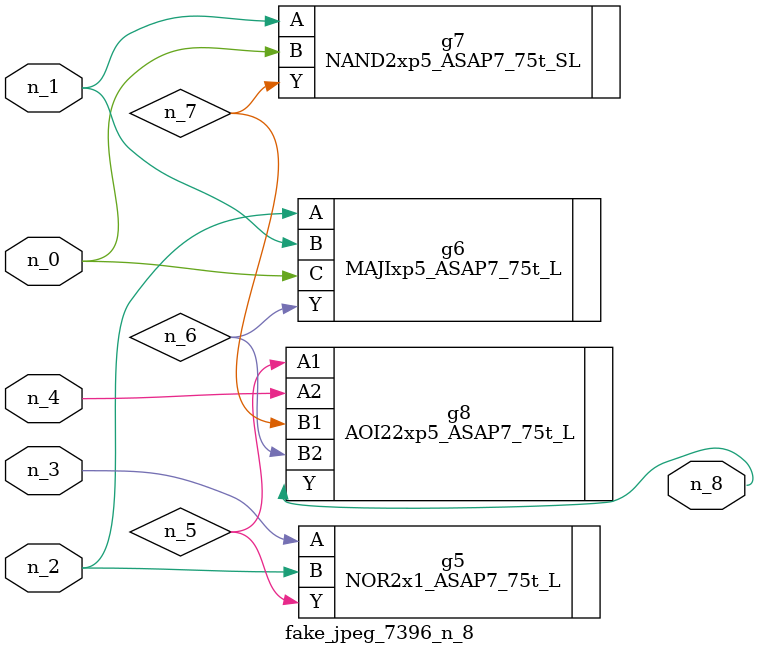
<source format=v>
module fake_jpeg_7396_n_8 (n_3, n_2, n_1, n_0, n_4, n_8);

input n_3;
input n_2;
input n_1;
input n_0;
input n_4;

output n_8;

wire n_6;
wire n_5;
wire n_7;

NOR2x1_ASAP7_75t_L g5 ( 
.A(n_3),
.B(n_2),
.Y(n_5)
);

MAJIxp5_ASAP7_75t_L g6 ( 
.A(n_2),
.B(n_1),
.C(n_0),
.Y(n_6)
);

NAND2xp5_ASAP7_75t_SL g7 ( 
.A(n_1),
.B(n_0),
.Y(n_7)
);

AOI22xp5_ASAP7_75t_L g8 ( 
.A1(n_5),
.A2(n_4),
.B1(n_7),
.B2(n_6),
.Y(n_8)
);


endmodule
</source>
